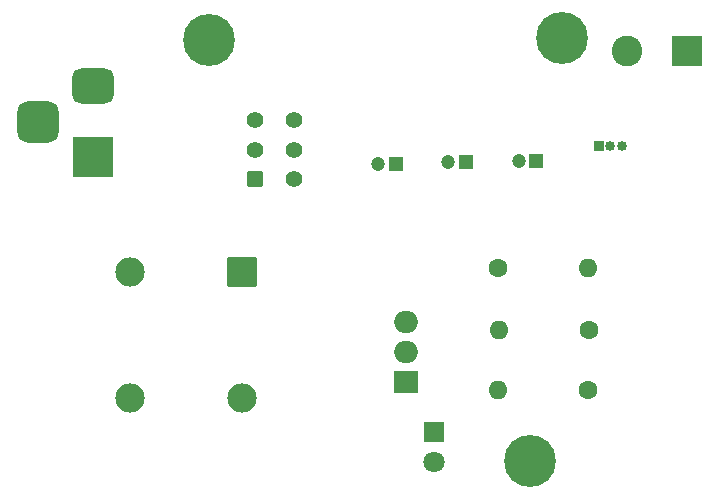
<source format=gbr>
%TF.GenerationSoftware,KiCad,Pcbnew,8.0.7*%
%TF.CreationDate,2025-03-15T06:07:22+02:00*%
%TF.ProjectId,power_supply,706f7765-725f-4737-9570-706c792e6b69,v1.0*%
%TF.SameCoordinates,Original*%
%TF.FileFunction,Soldermask,Bot*%
%TF.FilePolarity,Negative*%
%FSLAX46Y46*%
G04 Gerber Fmt 4.6, Leading zero omitted, Abs format (unit mm)*
G04 Created by KiCad (PCBNEW 8.0.7) date 2025-03-15 06:07:22*
%MOMM*%
%LPD*%
G01*
G04 APERTURE LIST*
G04 Aperture macros list*
%AMRoundRect*
0 Rectangle with rounded corners*
0 $1 Rounding radius*
0 $2 $3 $4 $5 $6 $7 $8 $9 X,Y pos of 4 corners*
0 Add a 4 corners polygon primitive as box body*
4,1,4,$2,$3,$4,$5,$6,$7,$8,$9,$2,$3,0*
0 Add four circle primitives for the rounded corners*
1,1,$1+$1,$2,$3*
1,1,$1+$1,$4,$5*
1,1,$1+$1,$6,$7*
1,1,$1+$1,$8,$9*
0 Add four rect primitives between the rounded corners*
20,1,$1+$1,$2,$3,$4,$5,0*
20,1,$1+$1,$4,$5,$6,$7,0*
20,1,$1+$1,$6,$7,$8,$9,0*
20,1,$1+$1,$8,$9,$2,$3,0*%
G04 Aperture macros list end*
%ADD10R,1.200000X1.200000*%
%ADD11C,1.200000*%
%ADD12C,1.600000*%
%ADD13O,1.600000X1.600000*%
%ADD14R,0.850000X0.850000*%
%ADD15O,0.850000X0.850000*%
%ADD16C,4.400000*%
%ADD17R,3.500000X3.500000*%
%ADD18RoundRect,0.750000X-1.000000X0.750000X-1.000000X-0.750000X1.000000X-0.750000X1.000000X0.750000X0*%
%ADD19RoundRect,0.875000X-0.875000X0.875000X-0.875000X-0.875000X0.875000X-0.875000X0.875000X0.875000X0*%
%ADD20R,2.000000X1.905000*%
%ADD21O,2.000000X1.905000*%
%ADD22RoundRect,0.102000X-1.143000X1.143000X-1.143000X-1.143000X1.143000X-1.143000X1.143000X1.143000X0*%
%ADD23C,2.490000*%
%ADD24R,1.800000X1.800000*%
%ADD25C,1.800000*%
%ADD26RoundRect,0.250000X0.450000X-0.450000X0.450000X0.450000X-0.450000X0.450000X-0.450000X-0.450000X0*%
%ADD27C,1.400000*%
%ADD28R,2.600000X2.600000*%
%ADD29C,2.600000*%
G04 APERTURE END LIST*
D10*
%TO.C,C2*%
X169175400Y-78333600D03*
D11*
X167675400Y-78333600D03*
%TD*%
D12*
%TO.C,R2*%
X171907200Y-87325200D03*
D13*
X179527200Y-87325200D03*
%TD*%
D14*
%TO.C,J2*%
X180390800Y-77012800D03*
D15*
X181390800Y-77012800D03*
X182390800Y-77012800D03*
%TD*%
D10*
%TO.C,C1*%
X175119000Y-78282800D03*
D11*
X173619000Y-78282800D03*
%TD*%
D16*
%TO.C,H3*%
X174548800Y-103682800D03*
%TD*%
D17*
%TO.C,J3*%
X137609500Y-77932800D03*
D18*
X137609500Y-71932800D03*
D19*
X132909500Y-74932800D03*
%TD*%
D20*
%TO.C,U1*%
X164063800Y-96977200D03*
D21*
X164063800Y-94437200D03*
X164063800Y-91897200D03*
%TD*%
D22*
%TO.C,T1*%
X150208650Y-87680800D03*
D23*
X140683650Y-87680800D03*
X140683650Y-98348800D03*
X150208650Y-98348800D03*
%TD*%
D24*
%TO.C,D2*%
X166411000Y-101193600D03*
D25*
X166411000Y-103733600D03*
%TD*%
D12*
%TO.C,R1*%
X179476400Y-97637600D03*
D13*
X171856400Y-97637600D03*
%TD*%
D26*
%TO.C,SW1*%
X151316300Y-79817600D03*
D27*
X151316300Y-77317600D03*
X151316300Y-74817600D03*
X154616300Y-74817600D03*
X154616300Y-77317600D03*
X154616300Y-79817600D03*
%TD*%
D12*
%TO.C,R3*%
X179578000Y-92608400D03*
D13*
X171958000Y-92608400D03*
%TD*%
D28*
%TO.C,J1*%
X187914200Y-68986200D03*
D29*
X182834200Y-68986200D03*
%TD*%
D16*
%TO.C,H2*%
X177292000Y-67868800D03*
%TD*%
D10*
%TO.C,C3*%
X163231800Y-78536800D03*
D11*
X161731800Y-78536800D03*
%TD*%
D16*
%TO.C,H1*%
X147370800Y-68021200D03*
%TD*%
M02*

</source>
